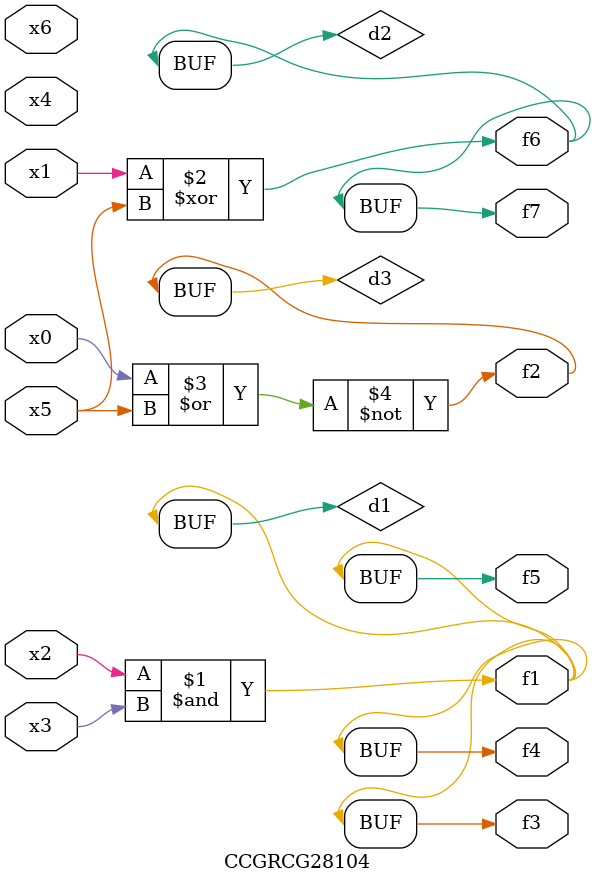
<source format=v>
module CCGRCG28104(
	input x0, x1, x2, x3, x4, x5, x6,
	output f1, f2, f3, f4, f5, f6, f7
);

	wire d1, d2, d3;

	and (d1, x2, x3);
	xor (d2, x1, x5);
	nor (d3, x0, x5);
	assign f1 = d1;
	assign f2 = d3;
	assign f3 = d1;
	assign f4 = d1;
	assign f5 = d1;
	assign f6 = d2;
	assign f7 = d2;
endmodule

</source>
